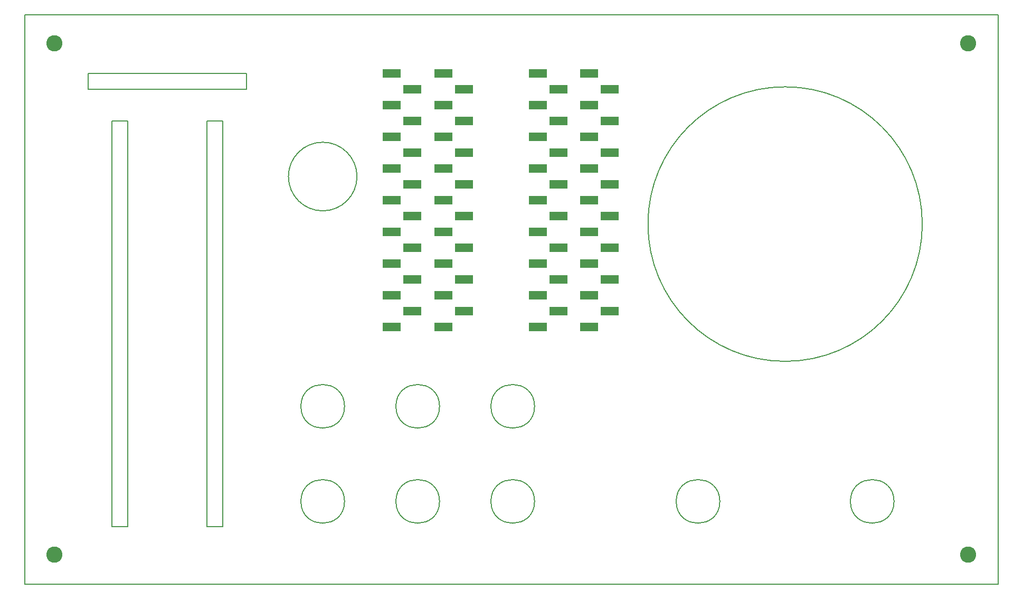
<source format=gbr>
G04 #@! TF.GenerationSoftware,KiCad,Pcbnew,5.0.0-fee4fd1~66~ubuntu18.04.1*
G04 #@! TF.CreationDate,2018-09-21T23:05:29+02:00*
G04 #@! TF.ProjectId,Top,546F702E6B696361645F706362000000,rev?*
G04 #@! TF.SameCoordinates,Original*
G04 #@! TF.FileFunction,Soldermask,Bot*
G04 #@! TF.FilePolarity,Negative*
%FSLAX46Y46*%
G04 Gerber Fmt 4.6, Leading zero omitted, Abs format (unit mm)*
G04 Created by KiCad (PCBNEW 5.0.0-fee4fd1~66~ubuntu18.04.1) date Fri Sep 21 23:05:29 2018*
%MOMM*%
%LPD*%
G01*
G04 APERTURE LIST*
%ADD10C,0.200000*%
%ADD11R,2.910000X1.400000*%
%ADD12C,2.600000*%
G04 APERTURE END LIST*
D10*
X228290000Y-142240000D02*
G75*
G03X228290000Y-142240000I-3500000J0D01*
G01*
X200350000Y-142240000D02*
G75*
G03X200350000Y-142240000I-3500000J0D01*
G01*
X102870000Y-81280000D02*
X102870000Y-146280000D01*
X105410000Y-146280000D02*
X105410000Y-81280000D01*
X118110000Y-81280000D02*
X118110000Y-146280000D01*
X120650000Y-81280000D02*
X120650000Y-146280000D01*
X99060000Y-73660000D02*
X124460000Y-73660000D01*
X99060000Y-76200000D02*
X99060000Y-73660000D01*
X124460000Y-76200000D02*
X99060000Y-76200000D01*
X124460000Y-73660000D02*
X124460000Y-76200000D01*
X142152000Y-90170000D02*
G75*
G03X142152000Y-90170000I-5500000J0D01*
G01*
X170632000Y-142240000D02*
G75*
G03X170632000Y-142240000I-3500000J0D01*
G01*
X170632000Y-127000000D02*
G75*
G03X170632000Y-127000000I-3500000J0D01*
G01*
X155392000Y-127000000D02*
G75*
G03X155392000Y-127000000I-3500000J0D01*
G01*
X155392000Y-142240000D02*
G75*
G03X155392000Y-142240000I-3500000J0D01*
G01*
X140152000Y-142240000D02*
G75*
G03X140152000Y-142240000I-3500000J0D01*
G01*
X140152000Y-127000000D02*
G75*
G03X140152000Y-127000000I-3500000J0D01*
G01*
X102870000Y-81280000D02*
X105410000Y-81280000D01*
X120650000Y-81280000D02*
X118110000Y-81280000D01*
X105410000Y-146280000D02*
X102870000Y-146280000D01*
X118110000Y-146280000D02*
X120650000Y-146280000D01*
X232820000Y-97790000D02*
G75*
G03X232820000Y-97790000I-22000000J0D01*
G01*
X88900000Y-64300000D02*
X88900000Y-155500000D01*
X245000000Y-64262000D02*
X88900000Y-64262000D01*
X245000000Y-155500000D02*
X245000000Y-64300000D01*
X88900000Y-155500000D02*
X245000000Y-155500000D01*
D11*
G04 #@! TO.C,J2*
X179390000Y-114320000D03*
X179390000Y-109240000D03*
X179390000Y-104160000D03*
X179390000Y-99080000D03*
X179390000Y-94000000D03*
X179390000Y-88920000D03*
X179390000Y-83840000D03*
X179390000Y-78760000D03*
X179390000Y-73680000D03*
X182700000Y-111780000D03*
X182700000Y-106700000D03*
X182700000Y-101620000D03*
X182700000Y-96540000D03*
X182700000Y-91460000D03*
X182700000Y-86380000D03*
X182700000Y-81300000D03*
X182700000Y-76220000D03*
G04 #@! TD*
G04 #@! TO.C,J3*
X147697000Y-114300000D03*
X147697000Y-109220000D03*
X147697000Y-104140000D03*
X147697000Y-99060000D03*
X147697000Y-93980000D03*
X147697000Y-88900000D03*
X147697000Y-83820000D03*
X147697000Y-78740000D03*
X147697000Y-73660000D03*
X151007000Y-111760000D03*
X151007000Y-106680000D03*
X151007000Y-101600000D03*
X151007000Y-96520000D03*
X151007000Y-91440000D03*
X151007000Y-86360000D03*
X151007000Y-81280000D03*
X151007000Y-76200000D03*
G04 #@! TD*
D12*
G04 #@! TO.C,SCREW_TL*
X93599000Y-68834000D03*
G04 #@! TD*
G04 #@! TO.C,SCREW_BL*
X93599000Y-150749000D03*
G04 #@! TD*
G04 #@! TO.C,Screw_BR*
X240157000Y-150749000D03*
G04 #@! TD*
G04 #@! TO.C,Screw_TR*
X240157000Y-68834000D03*
G04 #@! TD*
D11*
G04 #@! TO.C,J1*
X174505000Y-76220000D03*
X174505000Y-81300000D03*
X174505000Y-86380000D03*
X174505000Y-91460000D03*
X174505000Y-96540000D03*
X174505000Y-101620000D03*
X174505000Y-106700000D03*
X174505000Y-111780000D03*
X171195000Y-73680000D03*
X171195000Y-78760000D03*
X171195000Y-83840000D03*
X171195000Y-88920000D03*
X171195000Y-94000000D03*
X171195000Y-99080000D03*
X171195000Y-104160000D03*
X171195000Y-109240000D03*
X171195000Y-114320000D03*
G04 #@! TD*
G04 #@! TO.C,J2*
X159305000Y-76220000D03*
X159305000Y-81300000D03*
X159305000Y-86380000D03*
X159305000Y-91460000D03*
X159305000Y-96540000D03*
X159305000Y-101620000D03*
X159305000Y-106700000D03*
X159305000Y-111780000D03*
X155995000Y-73680000D03*
X155995000Y-78760000D03*
X155995000Y-83840000D03*
X155995000Y-88920000D03*
X155995000Y-94000000D03*
X155995000Y-99080000D03*
X155995000Y-104160000D03*
X155995000Y-109240000D03*
X155995000Y-114320000D03*
G04 #@! TD*
M02*

</source>
